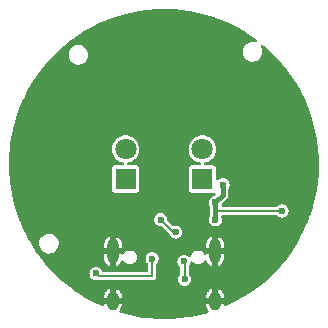
<source format=gbr>
%TF.GenerationSoftware,KiCad,Pcbnew,(6.0.0-0)*%
%TF.CreationDate,2022-01-05T16:19:22+01:00*%
%TF.ProjectId,IEC-62056-21-Optical-Probe,4945432d-3632-4303-9536-2d32312d4f70,1*%
%TF.SameCoordinates,Original*%
%TF.FileFunction,Copper,L2,Bot*%
%TF.FilePolarity,Positive*%
%FSLAX46Y46*%
G04 Gerber Fmt 4.6, Leading zero omitted, Abs format (unit mm)*
G04 Created by KiCad (PCBNEW (6.0.0-0)) date 2022-01-05 16:19:22*
%MOMM*%
%LPD*%
G01*
G04 APERTURE LIST*
%TA.AperFunction,ComponentPad*%
%ADD10O,1.000000X2.100000*%
%TD*%
%TA.AperFunction,ComponentPad*%
%ADD11O,1.000000X1.600000*%
%TD*%
%TA.AperFunction,ComponentPad*%
%ADD12R,1.800000X1.800000*%
%TD*%
%TA.AperFunction,ComponentPad*%
%ADD13C,1.800000*%
%TD*%
%TA.AperFunction,ViaPad*%
%ADD14C,0.600000*%
%TD*%
%TA.AperFunction,Conductor*%
%ADD15C,0.200000*%
%TD*%
%TA.AperFunction,Conductor*%
%ADD16C,0.400000*%
%TD*%
G04 APERTURE END LIST*
D10*
%TO.P,J1,S1,SHIELD*%
%TO.N,GND*%
X145680000Y-107395000D03*
X154320000Y-107395000D03*
D11*
X145680000Y-111575000D03*
X154320000Y-111575000D03*
%TD*%
D12*
%TO.P,Q3,1,C*%
%TO.N,VCC*%
X153250000Y-101270000D03*
D13*
%TO.P,Q3,2,E*%
%TO.N,Net-(Q3-Pad2)*%
X153250000Y-98730000D03*
%TD*%
D12*
%TO.P,D5,1,K*%
%TO.N,Net-(D5-Pad1)*%
X146750000Y-101270000D03*
D13*
%TO.P,D5,2,A*%
%TO.N,Net-(D5-Pad2)*%
X146750000Y-98730000D03*
%TD*%
D14*
%TO.N,+3V3*%
X160000000Y-103973500D03*
%TO.N,GND*%
X161750000Y-100248500D03*
X152750000Y-104750000D03*
%TO.N,+3V3*%
X154351500Y-104723500D03*
%TO.N,GND*%
X158500000Y-102000000D03*
X150750000Y-101500000D03*
X152750000Y-103250000D03*
%TO.N,+3V3*%
X154351500Y-103250000D03*
%TO.N,GND*%
X156500000Y-107348500D03*
X156500000Y-110500000D03*
X160500000Y-105250000D03*
X143000000Y-101000000D03*
X143750000Y-101000000D03*
X151750000Y-91500000D03*
X148500000Y-98500000D03*
X143500000Y-107498500D03*
X146248500Y-103250000D03*
X142000000Y-107498500D03*
X148500000Y-100250000D03*
X145500000Y-97250000D03*
X151750000Y-94500000D03*
X142250000Y-101000000D03*
X151250000Y-89000000D03*
%TO.N,+3V3*%
X155000000Y-101750000D03*
%TO.N,/D+*%
X149726112Y-104697611D03*
X151000000Y-105750000D03*
%TO.N,Net-(J1-PadB5)*%
X151750000Y-109750000D03*
X151688979Y-108250000D03*
%TO.N,Net-(J1-PadA5)*%
X144250000Y-109250000D03*
X149000000Y-108000000D03*
%TD*%
D15*
%TO.N,+3V3*%
X160000000Y-103973500D02*
X154479500Y-103973500D01*
X154479500Y-103973500D02*
X154351500Y-104101500D01*
D16*
X154351500Y-103250000D02*
X154351500Y-104101500D01*
X154351500Y-104101500D02*
X154351500Y-104723500D01*
X155000000Y-101750000D02*
X155000000Y-102601500D01*
X155000000Y-102601500D02*
X154351500Y-103250000D01*
D15*
%TO.N,/D+*%
X150778501Y-105750000D02*
X149726112Y-104697611D01*
X151000000Y-105750000D02*
X150778501Y-105750000D01*
%TO.N,Net-(J1-PadB5)*%
X151750000Y-108188979D02*
X151688979Y-108250000D01*
X151750000Y-109750000D02*
X151750000Y-108188979D01*
%TO.N,Net-(J1-PadA5)*%
X149000000Y-108000000D02*
X149000000Y-109500000D01*
X144500000Y-109500000D02*
X144250000Y-109250000D01*
X149000000Y-109500000D02*
X144500000Y-109500000D01*
%TD*%
%TA.AperFunction,Conductor*%
%TO.N,GND*%
G36*
X150026302Y-86879118D02*
G01*
X150729038Y-86899361D01*
X150735837Y-86899742D01*
X150923097Y-86915302D01*
X151436427Y-86957956D01*
X151443202Y-86958704D01*
X152139617Y-87054721D01*
X152146342Y-87055834D01*
X152715172Y-87165888D01*
X152789071Y-87180185D01*
X152836550Y-87189371D01*
X152843202Y-87190845D01*
X153525204Y-87361520D01*
X153531741Y-87363345D01*
X153950439Y-87492553D01*
X154203512Y-87570651D01*
X154209969Y-87572837D01*
X154374030Y-87633362D01*
X154869532Y-87816162D01*
X154875821Y-87818677D01*
X155521290Y-88097328D01*
X155527452Y-88100188D01*
X155839952Y-88255655D01*
X156156886Y-88413328D01*
X156162904Y-88416528D01*
X156774466Y-88763238D01*
X156780303Y-88766759D01*
X157372240Y-89146046D01*
X157377877Y-89149878D01*
X157837401Y-89480688D01*
X157881000Y-89536720D01*
X157887384Y-89607429D01*
X157854527Y-89670365D01*
X157792860Y-89705546D01*
X157736300Y-89705911D01*
X157597722Y-89674935D01*
X157597713Y-89674934D01*
X157592672Y-89673807D01*
X157587181Y-89673500D01*
X157455134Y-89673500D01*
X157321475Y-89688020D01*
X157247307Y-89712980D01*
X157157743Y-89743121D01*
X157157741Y-89743122D01*
X157151278Y-89745297D01*
X156997352Y-89837786D01*
X156992392Y-89842477D01*
X156992390Y-89842478D01*
X156892137Y-89937283D01*
X156866877Y-89961170D01*
X156765940Y-90109694D01*
X156699252Y-90276427D01*
X156698138Y-90283157D01*
X156698137Y-90283160D01*
X156671518Y-90443951D01*
X156669922Y-90453591D01*
X156670279Y-90460407D01*
X156670279Y-90460411D01*
X156673407Y-90520089D01*
X156679321Y-90632921D01*
X156727008Y-90806049D01*
X156810760Y-90964898D01*
X156926668Y-91102058D01*
X156932091Y-91106205D01*
X156932093Y-91106206D01*
X157063905Y-91206984D01*
X157063909Y-91206987D01*
X157069326Y-91211128D01*
X157075506Y-91214010D01*
X157075508Y-91214011D01*
X157225900Y-91284140D01*
X157225903Y-91284141D01*
X157232077Y-91287020D01*
X157238725Y-91288506D01*
X157238728Y-91288507D01*
X157402290Y-91325067D01*
X157402291Y-91325067D01*
X157407328Y-91326193D01*
X157412819Y-91326500D01*
X157544866Y-91326500D01*
X157678525Y-91311980D01*
X157764080Y-91283188D01*
X157842257Y-91256879D01*
X157842259Y-91256878D01*
X157848722Y-91254703D01*
X158002648Y-91162214D01*
X158025815Y-91140306D01*
X158128165Y-91043519D01*
X158128167Y-91043517D01*
X158133123Y-91038830D01*
X158234060Y-90890306D01*
X158300748Y-90723573D01*
X158305172Y-90696854D01*
X158328963Y-90553146D01*
X158328963Y-90553143D01*
X158330078Y-90546409D01*
X158326722Y-90482363D01*
X158321036Y-90373892D01*
X158320679Y-90367079D01*
X158272992Y-90193951D01*
X158216340Y-90086501D01*
X158202263Y-90016915D01*
X158228041Y-89950764D01*
X158285492Y-89909051D01*
X158356374Y-89905020D01*
X158406835Y-89929609D01*
X158501327Y-90005718D01*
X158506511Y-90010130D01*
X159007477Y-90460411D01*
X159029368Y-90480087D01*
X159034308Y-90484775D01*
X159188761Y-90639498D01*
X159530975Y-90982310D01*
X159535659Y-90987263D01*
X160004706Y-91510943D01*
X160009114Y-91516142D01*
X160449124Y-92064383D01*
X160453246Y-92069812D01*
X160863001Y-92641097D01*
X160866822Y-92646742D01*
X161245051Y-93239301D01*
X161248562Y-93245143D01*
X161594213Y-93857325D01*
X161597403Y-93863350D01*
X161909433Y-94493311D01*
X161912292Y-94499498D01*
X162189806Y-95145430D01*
X162192326Y-95151764D01*
X162434495Y-95811735D01*
X162436669Y-95818195D01*
X162642794Y-96490301D01*
X162644613Y-96496859D01*
X162814099Y-97179167D01*
X162815554Y-97185784D01*
X162890001Y-97574204D01*
X162947894Y-97876258D01*
X162948995Y-97882985D01*
X162977711Y-98093986D01*
X163038522Y-98540810D01*
X163043796Y-98579564D01*
X163044530Y-98586323D01*
X163078676Y-99006136D01*
X163101523Y-99287027D01*
X163101892Y-99293834D01*
X163120948Y-99998087D01*
X163120993Y-100001934D01*
X163120687Y-100089670D01*
X163120615Y-100093501D01*
X163114168Y-100282872D01*
X163096643Y-100797608D01*
X163096227Y-100804412D01*
X163034343Y-101504704D01*
X163033559Y-101511475D01*
X162936548Y-102188877D01*
X162933900Y-102207365D01*
X162932754Y-102214071D01*
X162800054Y-102881202D01*
X162795601Y-102903591D01*
X162794093Y-102910230D01*
X162624538Y-103573002D01*
X162619851Y-103591324D01*
X162617983Y-103597880D01*
X162407172Y-104268524D01*
X162404953Y-104274969D01*
X162291074Y-104578746D01*
X162179685Y-104875880D01*
X162158183Y-104933236D01*
X162155622Y-104939544D01*
X161976092Y-105349497D01*
X161873600Y-105583535D01*
X161870697Y-105589702D01*
X161554279Y-106217463D01*
X161551051Y-106223460D01*
X161221726Y-106797333D01*
X161201132Y-106833219D01*
X161197584Y-106839031D01*
X160823787Y-107415730D01*
X160815216Y-107428953D01*
X160811360Y-107434564D01*
X160397624Y-108002978D01*
X160393487Y-108008350D01*
X160149286Y-108308304D01*
X159949644Y-108553526D01*
X159945200Y-108558694D01*
X159913132Y-108593998D01*
X159472491Y-109079107D01*
X159467792Y-109084005D01*
X159259601Y-109289668D01*
X158967666Y-109578057D01*
X158962689Y-109582714D01*
X158436568Y-110049006D01*
X158431347Y-110053388D01*
X157880787Y-110490539D01*
X157875336Y-110494632D01*
X157301939Y-110901372D01*
X157296275Y-110905164D01*
X156701693Y-111280318D01*
X156695865Y-111283778D01*
X156081869Y-111626225D01*
X156075870Y-111629361D01*
X155444255Y-111938104D01*
X155438059Y-111940928D01*
X155354938Y-111976125D01*
X155249131Y-112020928D01*
X155178602Y-112029071D01*
X155114868Y-111997791D01*
X155078162Y-111937019D01*
X155074000Y-111904901D01*
X155074000Y-111847115D01*
X155069525Y-111831876D01*
X155068135Y-111830671D01*
X155060452Y-111829000D01*
X153584115Y-111829000D01*
X153568876Y-111833475D01*
X153567671Y-111834865D01*
X153566000Y-111842548D01*
X153566000Y-111915363D01*
X153566425Y-111922667D01*
X153580380Y-112042366D01*
X153583725Y-112056519D01*
X153638721Y-112208030D01*
X153645231Y-112221029D01*
X153733608Y-112355826D01*
X153742935Y-112366981D01*
X153748466Y-112372221D01*
X153784165Y-112433589D01*
X153781019Y-112504516D01*
X153740027Y-112562482D01*
X153698127Y-112584349D01*
X153443444Y-112660999D01*
X153436867Y-112662786D01*
X152994830Y-112770135D01*
X152753711Y-112828691D01*
X152747066Y-112830116D01*
X152169232Y-112937733D01*
X152055922Y-112958836D01*
X152049189Y-112959902D01*
X151352128Y-113051053D01*
X151345348Y-113051754D01*
X150644358Y-113105076D01*
X150637550Y-113105409D01*
X150224119Y-113114431D01*
X149934693Y-113120746D01*
X149927895Y-113120710D01*
X149528796Y-113107819D01*
X149225253Y-113098015D01*
X149218449Y-113097611D01*
X148926242Y-113072303D01*
X148518041Y-113036949D01*
X148511291Y-113036179D01*
X148222987Y-112995404D01*
X147815217Y-112937733D01*
X147808496Y-112936597D01*
X147118733Y-112800646D01*
X147112084Y-112799147D01*
X146430716Y-112626101D01*
X146424157Y-112624245D01*
X146296646Y-112584408D01*
X146237589Y-112545002D01*
X146209212Y-112479923D01*
X146220524Y-112409834D01*
X146238195Y-112382561D01*
X146306829Y-112301775D01*
X146314890Y-112289687D01*
X146388195Y-112146129D01*
X146393262Y-112132504D01*
X146431977Y-111974284D01*
X146433660Y-111963225D01*
X146433880Y-111959679D01*
X146434000Y-111955801D01*
X146434000Y-111847115D01*
X146429525Y-111831876D01*
X146428135Y-111830671D01*
X146420452Y-111829000D01*
X144944115Y-111829000D01*
X144928876Y-111833475D01*
X144927671Y-111834865D01*
X144926000Y-111842548D01*
X144926000Y-111904007D01*
X144905998Y-111972128D01*
X144852342Y-112018621D01*
X144782068Y-112028725D01*
X144749659Y-112019514D01*
X144437194Y-111883326D01*
X144431026Y-111880436D01*
X144328534Y-111829000D01*
X143802697Y-111565106D01*
X143796710Y-111561896D01*
X143343535Y-111302885D01*
X144926000Y-111302885D01*
X144930475Y-111318124D01*
X144931865Y-111319329D01*
X144939548Y-111321000D01*
X145407885Y-111321000D01*
X145423124Y-111316525D01*
X145424329Y-111315135D01*
X145426000Y-111307452D01*
X145426000Y-111302885D01*
X145934000Y-111302885D01*
X145938475Y-111318124D01*
X145939865Y-111319329D01*
X145947548Y-111321000D01*
X146415885Y-111321000D01*
X146431124Y-111316525D01*
X146432329Y-111315135D01*
X146434000Y-111307452D01*
X146434000Y-111302885D01*
X153566000Y-111302885D01*
X153570475Y-111318124D01*
X153571865Y-111319329D01*
X153579548Y-111321000D01*
X154047885Y-111321000D01*
X154063124Y-111316525D01*
X154064329Y-111315135D01*
X154066000Y-111307452D01*
X154066000Y-111302885D01*
X154574000Y-111302885D01*
X154578475Y-111318124D01*
X154579865Y-111319329D01*
X154587548Y-111321000D01*
X155055885Y-111321000D01*
X155071124Y-111316525D01*
X155072329Y-111315135D01*
X155074000Y-111307452D01*
X155074000Y-111234637D01*
X155073575Y-111227333D01*
X155059620Y-111107634D01*
X155056275Y-111093481D01*
X155001279Y-110941970D01*
X154994769Y-110928971D01*
X154906392Y-110794174D01*
X154897068Y-110783022D01*
X154780053Y-110672172D01*
X154768408Y-110663460D01*
X154629034Y-110582506D01*
X154615696Y-110576706D01*
X154591338Y-110569329D01*
X154577236Y-110569209D01*
X154574000Y-110576139D01*
X154574000Y-111302885D01*
X154066000Y-111302885D01*
X154066000Y-110581746D01*
X154062027Y-110568215D01*
X154056944Y-110567484D01*
X153950612Y-110612729D01*
X153937988Y-110619929D01*
X153808167Y-110715467D01*
X153797536Y-110725381D01*
X153693172Y-110848225D01*
X153685110Y-110860313D01*
X153611805Y-111003871D01*
X153606738Y-111017496D01*
X153568023Y-111175716D01*
X153566340Y-111186775D01*
X153566120Y-111190321D01*
X153566000Y-111194199D01*
X153566000Y-111302885D01*
X146434000Y-111302885D01*
X146434000Y-111234637D01*
X146433575Y-111227333D01*
X146419620Y-111107634D01*
X146416275Y-111093481D01*
X146361279Y-110941970D01*
X146354769Y-110928971D01*
X146266392Y-110794174D01*
X146257068Y-110783022D01*
X146140053Y-110672172D01*
X146128408Y-110663460D01*
X145989034Y-110582506D01*
X145975696Y-110576706D01*
X145951338Y-110569329D01*
X145937236Y-110569209D01*
X145934000Y-110576139D01*
X145934000Y-111302885D01*
X145426000Y-111302885D01*
X145426000Y-110581746D01*
X145422027Y-110568215D01*
X145416944Y-110567484D01*
X145310612Y-110612729D01*
X145297988Y-110619929D01*
X145168167Y-110715467D01*
X145157536Y-110725381D01*
X145053172Y-110848225D01*
X145045110Y-110860313D01*
X144971805Y-111003871D01*
X144966738Y-111017496D01*
X144928023Y-111175716D01*
X144926340Y-111186775D01*
X144926120Y-111190321D01*
X144926000Y-111194199D01*
X144926000Y-111302885D01*
X143343535Y-111302885D01*
X143186357Y-111213050D01*
X143180534Y-111209510D01*
X143156822Y-111194199D01*
X142589929Y-110828161D01*
X142584306Y-110824311D01*
X142015198Y-110411588D01*
X142009790Y-110407438D01*
X141686867Y-110145474D01*
X141463817Y-109964529D01*
X141458674Y-109960121D01*
X140937462Y-109488342D01*
X140932535Y-109483634D01*
X140700931Y-109250000D01*
X143690715Y-109250000D01*
X143691793Y-109258188D01*
X143705338Y-109361072D01*
X143709772Y-109394754D01*
X143728975Y-109441113D01*
X143762088Y-109521054D01*
X143765645Y-109529642D01*
X143770672Y-109536193D01*
X143839648Y-109626084D01*
X143854526Y-109645474D01*
X143861076Y-109650500D01*
X143861079Y-109650503D01*
X143922092Y-109697320D01*
X143970357Y-109734355D01*
X144105246Y-109790228D01*
X144250000Y-109809285D01*
X144265617Y-109807229D01*
X144326254Y-109816687D01*
X144326865Y-109814949D01*
X144330370Y-109816180D01*
X144334743Y-109818012D01*
X144335392Y-109818113D01*
X144341885Y-109822753D01*
X144351863Y-109825737D01*
X144387586Y-109836420D01*
X144393235Y-109838256D01*
X144408463Y-109843604D01*
X144438208Y-109854050D01*
X144443404Y-109854500D01*
X144446109Y-109854500D01*
X144448365Y-109854597D01*
X144448841Y-109854740D01*
X144448839Y-109854786D01*
X144449038Y-109854799D01*
X144454955Y-109856568D01*
X144505124Y-109854597D01*
X144510070Y-109854500D01*
X148978946Y-109854500D01*
X148989818Y-109854970D01*
X149028198Y-109858294D01*
X149067150Y-109848619D01*
X149076827Y-109846615D01*
X149106144Y-109841735D01*
X149116417Y-109840025D01*
X149125581Y-109835081D01*
X149129158Y-109833856D01*
X149132629Y-109832354D01*
X149142736Y-109829843D01*
X149151485Y-109824194D01*
X149151487Y-109824193D01*
X149176456Y-109808071D01*
X149184961Y-109803040D01*
X149220280Y-109783983D01*
X149227349Y-109776336D01*
X149230338Y-109774017D01*
X149233133Y-109771474D01*
X149241882Y-109765825D01*
X149248330Y-109757646D01*
X149248332Y-109757644D01*
X149266724Y-109734314D01*
X149273147Y-109726793D01*
X149293322Y-109704967D01*
X149300391Y-109697320D01*
X149304603Y-109687792D01*
X149306678Y-109684634D01*
X149308500Y-109681321D01*
X149314946Y-109673143D01*
X149328242Y-109635282D01*
X149331884Y-109626084D01*
X149348111Y-109589380D01*
X149349010Y-109579000D01*
X149350382Y-109573656D01*
X149350717Y-109572553D01*
X149351424Y-109569270D01*
X149354050Y-109561792D01*
X149354500Y-109556596D01*
X149354500Y-109521054D01*
X149354970Y-109510182D01*
X149357395Y-109482180D01*
X149358294Y-109471802D01*
X149355783Y-109461692D01*
X149354966Y-109451312D01*
X149355740Y-109451251D01*
X149354500Y-109441113D01*
X149354500Y-108487115D01*
X149374502Y-108418994D01*
X149390188Y-108399530D01*
X149395474Y-108395474D01*
X149484355Y-108279642D01*
X149496634Y-108250000D01*
X151129694Y-108250000D01*
X151130772Y-108258188D01*
X151135096Y-108291029D01*
X151148751Y-108394754D01*
X151151910Y-108402380D01*
X151187009Y-108487115D01*
X151204624Y-108529642D01*
X151247420Y-108585415D01*
X151287382Y-108637494D01*
X151293505Y-108645474D01*
X151346205Y-108685912D01*
X151388072Y-108743250D01*
X151395500Y-108785874D01*
X151395500Y-109262886D01*
X151375498Y-109331007D01*
X151359813Y-109350470D01*
X151354526Y-109354526D01*
X151265645Y-109470358D01*
X151262486Y-109477984D01*
X151262485Y-109477986D01*
X151238375Y-109536193D01*
X151209772Y-109605246D01*
X151208695Y-109613430D01*
X151208694Y-109613432D01*
X151200833Y-109673143D01*
X151190715Y-109750000D01*
X151191793Y-109758188D01*
X151204854Y-109857395D01*
X151209772Y-109894754D01*
X151265645Y-110029642D01*
X151354526Y-110145474D01*
X151361076Y-110150500D01*
X151361079Y-110150503D01*
X151463804Y-110229327D01*
X151470357Y-110234355D01*
X151605246Y-110290228D01*
X151750000Y-110309285D01*
X151758188Y-110308207D01*
X151886566Y-110291306D01*
X151894754Y-110290228D01*
X152029643Y-110234355D01*
X152036196Y-110229327D01*
X152138921Y-110150503D01*
X152138924Y-110150500D01*
X152145474Y-110145474D01*
X152234355Y-110029642D01*
X152290228Y-109894754D01*
X152295147Y-109857395D01*
X152308207Y-109758188D01*
X152309285Y-109750000D01*
X152299167Y-109673143D01*
X152291306Y-109613432D01*
X152291305Y-109613430D01*
X152290228Y-109605246D01*
X152261625Y-109536193D01*
X152237515Y-109477986D01*
X152237514Y-109477984D01*
X152234355Y-109470358D01*
X152145474Y-109354526D01*
X152140863Y-109350988D01*
X152107379Y-109289668D01*
X152104500Y-109262885D01*
X152104500Y-108662119D01*
X152124502Y-108593998D01*
X152130529Y-108585427D01*
X152173334Y-108529642D01*
X152229207Y-108394754D01*
X152235460Y-108347254D01*
X152264182Y-108282328D01*
X152323446Y-108243235D01*
X152394438Y-108242390D01*
X152454617Y-108280059D01*
X152460343Y-108286994D01*
X152471670Y-108301755D01*
X152471673Y-108301758D01*
X152476696Y-108308304D01*
X152597750Y-108401192D01*
X152738720Y-108459584D01*
X152852020Y-108474500D01*
X152927980Y-108474500D01*
X153041280Y-108459584D01*
X153182250Y-108401192D01*
X153303304Y-108308304D01*
X153396192Y-108187250D01*
X153398137Y-108188742D01*
X153440495Y-108148340D01*
X153510207Y-108134893D01*
X153576122Y-108161269D01*
X153616689Y-108217333D01*
X153638721Y-108278030D01*
X153645231Y-108291029D01*
X153733608Y-108425826D01*
X153742932Y-108436978D01*
X153859947Y-108547828D01*
X153871592Y-108556540D01*
X154010966Y-108637494D01*
X154024304Y-108643294D01*
X154048662Y-108650671D01*
X154062764Y-108650791D01*
X154066000Y-108643861D01*
X154066000Y-108638254D01*
X154574000Y-108638254D01*
X154577973Y-108651785D01*
X154583056Y-108652516D01*
X154689388Y-108607271D01*
X154702012Y-108600071D01*
X154831833Y-108504533D01*
X154842464Y-108494619D01*
X154946828Y-108371775D01*
X154954890Y-108359687D01*
X155028195Y-108216129D01*
X155033262Y-108202504D01*
X155071977Y-108044284D01*
X155073660Y-108033225D01*
X155073880Y-108029679D01*
X155074000Y-108025801D01*
X155074000Y-107667115D01*
X155069525Y-107651876D01*
X155068135Y-107650671D01*
X155060452Y-107649000D01*
X154592115Y-107649000D01*
X154576876Y-107653475D01*
X154575671Y-107654865D01*
X154574000Y-107662548D01*
X154574000Y-108638254D01*
X154066000Y-108638254D01*
X154066000Y-107667115D01*
X154061525Y-107651876D01*
X154060135Y-107650671D01*
X154052452Y-107649000D01*
X153584115Y-107649000D01*
X153540273Y-107661873D01*
X153469276Y-107661873D01*
X153409550Y-107623489D01*
X153398153Y-107607484D01*
X153396192Y-107602750D01*
X153376050Y-107576500D01*
X153308327Y-107488242D01*
X153303304Y-107481696D01*
X153182250Y-107388808D01*
X153041280Y-107330416D01*
X152969385Y-107320951D01*
X152932067Y-107316038D01*
X152932066Y-107316038D01*
X152927980Y-107315500D01*
X152852020Y-107315500D01*
X152847934Y-107316038D01*
X152847933Y-107316038D01*
X152810615Y-107320951D01*
X152738720Y-107330416D01*
X152597750Y-107388808D01*
X152476696Y-107481696D01*
X152383808Y-107602750D01*
X152325416Y-107743720D01*
X152324338Y-107751908D01*
X152317381Y-107804751D01*
X152288658Y-107869678D01*
X152229393Y-107908769D01*
X152158401Y-107909614D01*
X152098223Y-107871943D01*
X152092496Y-107865007D01*
X152089483Y-107861080D01*
X152089479Y-107861076D01*
X152084453Y-107854526D01*
X152077903Y-107849500D01*
X152077900Y-107849497D01*
X151975175Y-107770673D01*
X151975173Y-107770672D01*
X151968622Y-107765645D01*
X151833733Y-107709772D01*
X151688979Y-107690715D01*
X151680791Y-107691793D01*
X151552411Y-107708694D01*
X151552409Y-107708695D01*
X151544225Y-107709772D01*
X151513780Y-107722383D01*
X151416965Y-107762485D01*
X151416963Y-107762486D01*
X151409337Y-107765645D01*
X151293505Y-107854526D01*
X151204624Y-107970358D01*
X151201465Y-107977984D01*
X151201464Y-107977986D01*
X151173176Y-108046280D01*
X151148751Y-108105246D01*
X151147674Y-108113430D01*
X151147673Y-108113432D01*
X151137955Y-108187250D01*
X151129694Y-108250000D01*
X149496634Y-108250000D01*
X149499436Y-108243235D01*
X149537069Y-108152380D01*
X149540228Y-108144754D01*
X149541527Y-108134893D01*
X149558207Y-108008188D01*
X149559285Y-108000000D01*
X149547386Y-107909614D01*
X149541306Y-107863432D01*
X149541305Y-107863430D01*
X149540228Y-107855246D01*
X149519312Y-107804751D01*
X149487515Y-107727986D01*
X149487514Y-107727984D01*
X149484355Y-107720358D01*
X149435899Y-107657209D01*
X149400501Y-107611077D01*
X149400500Y-107611076D01*
X149395474Y-107604526D01*
X149388924Y-107599500D01*
X149388921Y-107599497D01*
X149286196Y-107520673D01*
X149286194Y-107520672D01*
X149279643Y-107515645D01*
X149144754Y-107459772D01*
X149000000Y-107440715D01*
X148991812Y-107441793D01*
X148863432Y-107458694D01*
X148863430Y-107458695D01*
X148855246Y-107459772D01*
X148814444Y-107476673D01*
X148727986Y-107512485D01*
X148727984Y-107512486D01*
X148720358Y-107515645D01*
X148604526Y-107604526D01*
X148515645Y-107720358D01*
X148512486Y-107727984D01*
X148512485Y-107727986D01*
X148480688Y-107804751D01*
X148459772Y-107855246D01*
X148458695Y-107863430D01*
X148458694Y-107863432D01*
X148452614Y-107909614D01*
X148440715Y-108000000D01*
X148441793Y-108008188D01*
X148458474Y-108134893D01*
X148459772Y-108144754D01*
X148462931Y-108152380D01*
X148500565Y-108243235D01*
X148515645Y-108279642D01*
X148604526Y-108395474D01*
X148609137Y-108399012D01*
X148642621Y-108460332D01*
X148645500Y-108487115D01*
X148645500Y-109019500D01*
X148625498Y-109087621D01*
X148571842Y-109134114D01*
X148519500Y-109145500D01*
X144891093Y-109145500D01*
X144822972Y-109125498D01*
X144774684Y-109067719D01*
X144737515Y-108977987D01*
X144734355Y-108970358D01*
X144645474Y-108854526D01*
X144638924Y-108849500D01*
X144638921Y-108849497D01*
X144536196Y-108770673D01*
X144536194Y-108770672D01*
X144529643Y-108765645D01*
X144394754Y-108709772D01*
X144250000Y-108690715D01*
X144241812Y-108691793D01*
X144113432Y-108708694D01*
X144113430Y-108708695D01*
X144105246Y-108709772D01*
X144057430Y-108729578D01*
X143977986Y-108762485D01*
X143977984Y-108762486D01*
X143970358Y-108765645D01*
X143854526Y-108854526D01*
X143765645Y-108970358D01*
X143762486Y-108977984D01*
X143762485Y-108977986D01*
X143729578Y-109057430D01*
X143709772Y-109105246D01*
X143708695Y-109113430D01*
X143708694Y-109113432D01*
X143693841Y-109226255D01*
X143690715Y-109250000D01*
X140700931Y-109250000D01*
X140437611Y-108984372D01*
X140432944Y-108979403D01*
X139965726Y-108454087D01*
X139961336Y-108448873D01*
X139591983Y-107985363D01*
X144926000Y-107985363D01*
X144926425Y-107992667D01*
X144940380Y-108112366D01*
X144943725Y-108126519D01*
X144998721Y-108278030D01*
X145005231Y-108291029D01*
X145093608Y-108425826D01*
X145102932Y-108436978D01*
X145219947Y-108547828D01*
X145231592Y-108556540D01*
X145370966Y-108637494D01*
X145384304Y-108643294D01*
X145408662Y-108650671D01*
X145422764Y-108650791D01*
X145426000Y-108643861D01*
X145426000Y-108638254D01*
X145934000Y-108638254D01*
X145937973Y-108651785D01*
X145943056Y-108652516D01*
X146049388Y-108607271D01*
X146062012Y-108600071D01*
X146191833Y-108504533D01*
X146202464Y-108494619D01*
X146306828Y-108371775D01*
X146314890Y-108359687D01*
X146391522Y-108209613D01*
X146393936Y-108210846D01*
X146428904Y-108164035D01*
X146495399Y-108139157D01*
X146564788Y-108154178D01*
X146604478Y-108188123D01*
X146696696Y-108308304D01*
X146817750Y-108401192D01*
X146958720Y-108459584D01*
X147072020Y-108474500D01*
X147147980Y-108474500D01*
X147261280Y-108459584D01*
X147402250Y-108401192D01*
X147523304Y-108308304D01*
X147616192Y-108187250D01*
X147674584Y-108046280D01*
X147694500Y-107895000D01*
X147674584Y-107743720D01*
X147616192Y-107602750D01*
X147523304Y-107481696D01*
X147402250Y-107388808D01*
X147261280Y-107330416D01*
X147189385Y-107320951D01*
X147152067Y-107316038D01*
X147152066Y-107316038D01*
X147147980Y-107315500D01*
X147072020Y-107315500D01*
X147067934Y-107316038D01*
X147067933Y-107316038D01*
X147030615Y-107320951D01*
X146958720Y-107330416D01*
X146817750Y-107388808D01*
X146696696Y-107481696D01*
X146691673Y-107488242D01*
X146608835Y-107596199D01*
X146603808Y-107602750D01*
X146602392Y-107606169D01*
X146552535Y-107653707D01*
X146482821Y-107667143D01*
X146459624Y-107657209D01*
X146459559Y-107657507D01*
X146420452Y-107649000D01*
X145952115Y-107649000D01*
X145936876Y-107653475D01*
X145935671Y-107654865D01*
X145934000Y-107662548D01*
X145934000Y-108638254D01*
X145426000Y-108638254D01*
X145426000Y-107667115D01*
X145421525Y-107651876D01*
X145420135Y-107650671D01*
X145412452Y-107649000D01*
X144944115Y-107649000D01*
X144928876Y-107653475D01*
X144927671Y-107654865D01*
X144926000Y-107662548D01*
X144926000Y-107985363D01*
X139591983Y-107985363D01*
X139523225Y-107899077D01*
X139519123Y-107893633D01*
X139118125Y-107330416D01*
X139111383Y-107320947D01*
X139107584Y-107315293D01*
X139093793Y-107293519D01*
X138833722Y-106882921D01*
X138731409Y-106721390D01*
X138727919Y-106715535D01*
X138721230Y-106703591D01*
X139419922Y-106703591D01*
X139420279Y-106710407D01*
X139420279Y-106710411D01*
X139427021Y-106839037D01*
X139429321Y-106882921D01*
X139477008Y-107056049D01*
X139560760Y-107214898D01*
X139676668Y-107352058D01*
X139682091Y-107356205D01*
X139682093Y-107356206D01*
X139813905Y-107456984D01*
X139813909Y-107456987D01*
X139819326Y-107461128D01*
X139825506Y-107464010D01*
X139825508Y-107464011D01*
X139975900Y-107534140D01*
X139975903Y-107534141D01*
X139982077Y-107537020D01*
X139988725Y-107538506D01*
X139988728Y-107538507D01*
X140152290Y-107575067D01*
X140152291Y-107575067D01*
X140157328Y-107576193D01*
X140162819Y-107576500D01*
X140294866Y-107576500D01*
X140428525Y-107561980D01*
X140551271Y-107520672D01*
X140592257Y-107506879D01*
X140592259Y-107506878D01*
X140598722Y-107504703D01*
X140752648Y-107412214D01*
X140757610Y-107407522D01*
X140878165Y-107293519D01*
X140878167Y-107293517D01*
X140883123Y-107288830D01*
X140984060Y-107140306D01*
X140991028Y-107122885D01*
X144926000Y-107122885D01*
X144930475Y-107138124D01*
X144931865Y-107139329D01*
X144939548Y-107141000D01*
X145407885Y-107141000D01*
X145423124Y-107136525D01*
X145424329Y-107135135D01*
X145426000Y-107127452D01*
X145426000Y-107122885D01*
X145934000Y-107122885D01*
X145938475Y-107138124D01*
X145939865Y-107139329D01*
X145947548Y-107141000D01*
X146415885Y-107141000D01*
X146431124Y-107136525D01*
X146432329Y-107135135D01*
X146434000Y-107127452D01*
X146434000Y-107122885D01*
X153566000Y-107122885D01*
X153570475Y-107138124D01*
X153571865Y-107139329D01*
X153579548Y-107141000D01*
X154047885Y-107141000D01*
X154063124Y-107136525D01*
X154064329Y-107135135D01*
X154066000Y-107127452D01*
X154066000Y-107122885D01*
X154574000Y-107122885D01*
X154578475Y-107138124D01*
X154579865Y-107139329D01*
X154587548Y-107141000D01*
X155055885Y-107141000D01*
X155071124Y-107136525D01*
X155072329Y-107135135D01*
X155074000Y-107127452D01*
X155074000Y-106804637D01*
X155073575Y-106797333D01*
X155059620Y-106677634D01*
X155056275Y-106663481D01*
X155001279Y-106511970D01*
X154994769Y-106498971D01*
X154906392Y-106364174D01*
X154897068Y-106353022D01*
X154780053Y-106242172D01*
X154768408Y-106233460D01*
X154629034Y-106152506D01*
X154615696Y-106146706D01*
X154591338Y-106139329D01*
X154577236Y-106139209D01*
X154574000Y-106146139D01*
X154574000Y-107122885D01*
X154066000Y-107122885D01*
X154066000Y-106151746D01*
X154062027Y-106138215D01*
X154056944Y-106137484D01*
X153950612Y-106182729D01*
X153937988Y-106189929D01*
X153808167Y-106285467D01*
X153797536Y-106295381D01*
X153693172Y-106418225D01*
X153685110Y-106430313D01*
X153611805Y-106573871D01*
X153606738Y-106587496D01*
X153568023Y-106745716D01*
X153566340Y-106756775D01*
X153566120Y-106760321D01*
X153566000Y-106764199D01*
X153566000Y-107122885D01*
X146434000Y-107122885D01*
X146434000Y-106804637D01*
X146433575Y-106797333D01*
X146419620Y-106677634D01*
X146416275Y-106663481D01*
X146361279Y-106511970D01*
X146354769Y-106498971D01*
X146266392Y-106364174D01*
X146257068Y-106353022D01*
X146140053Y-106242172D01*
X146128408Y-106233460D01*
X145989034Y-106152506D01*
X145975696Y-106146706D01*
X145951338Y-106139329D01*
X145937236Y-106139209D01*
X145934000Y-106146139D01*
X145934000Y-107122885D01*
X145426000Y-107122885D01*
X145426000Y-106151746D01*
X145422027Y-106138215D01*
X145416944Y-106137484D01*
X145310612Y-106182729D01*
X145297988Y-106189929D01*
X145168167Y-106285467D01*
X145157536Y-106295381D01*
X145053172Y-106418225D01*
X145045110Y-106430313D01*
X144971805Y-106573871D01*
X144966738Y-106587496D01*
X144928023Y-106745716D01*
X144926340Y-106756775D01*
X144926120Y-106760321D01*
X144926000Y-106764199D01*
X144926000Y-107122885D01*
X140991028Y-107122885D01*
X141050748Y-106973573D01*
X141080078Y-106796409D01*
X141075996Y-106718514D01*
X141071036Y-106623892D01*
X141070679Y-106617079D01*
X141022992Y-106443951D01*
X140939240Y-106285102D01*
X140823332Y-106147942D01*
X140810610Y-106138215D01*
X140686095Y-106043016D01*
X140686091Y-106043013D01*
X140680674Y-106038872D01*
X140674494Y-106035990D01*
X140674492Y-106035989D01*
X140524100Y-105965860D01*
X140524097Y-105965859D01*
X140517923Y-105962980D01*
X140511275Y-105961494D01*
X140511272Y-105961493D01*
X140347710Y-105924933D01*
X140347709Y-105924933D01*
X140342672Y-105923807D01*
X140337181Y-105923500D01*
X140205134Y-105923500D01*
X140071475Y-105938020D01*
X140060677Y-105941654D01*
X139907743Y-105993121D01*
X139907741Y-105993122D01*
X139901278Y-105995297D01*
X139747352Y-106087786D01*
X139742392Y-106092477D01*
X139742390Y-106092478D01*
X139639339Y-106189929D01*
X139616877Y-106211170D01*
X139515940Y-106359694D01*
X139449252Y-106526427D01*
X139448138Y-106533157D01*
X139448137Y-106533160D01*
X139439142Y-106587496D01*
X139419922Y-106703591D01*
X138721230Y-106703591D01*
X138525478Y-106354051D01*
X138384412Y-106102159D01*
X138381259Y-106096156D01*
X138071413Y-105465076D01*
X138068580Y-105458888D01*
X137793325Y-104811997D01*
X137790827Y-104805655D01*
X137751609Y-104697611D01*
X149166827Y-104697611D01*
X149185884Y-104842365D01*
X149189043Y-104849991D01*
X149226141Y-104939552D01*
X149241757Y-104977253D01*
X149330638Y-105093085D01*
X149337188Y-105098111D01*
X149337191Y-105098114D01*
X149439916Y-105176938D01*
X149446469Y-105181966D01*
X149581358Y-105237839D01*
X149726112Y-105256896D01*
X149731876Y-105256137D01*
X149798910Y-105275820D01*
X149819884Y-105292722D01*
X150468817Y-105941654D01*
X150496131Y-105982532D01*
X150515645Y-106029642D01*
X150525907Y-106043016D01*
X150571302Y-106102175D01*
X150604526Y-106145474D01*
X150611076Y-106150500D01*
X150611079Y-106150503D01*
X150698343Y-106217463D01*
X150720357Y-106234355D01*
X150855246Y-106290228D01*
X151000000Y-106309285D01*
X151008188Y-106308207D01*
X151136566Y-106291306D01*
X151144754Y-106290228D01*
X151279643Y-106234355D01*
X151301657Y-106217463D01*
X151388921Y-106150503D01*
X151388924Y-106150500D01*
X151395474Y-106145474D01*
X151428699Y-106102175D01*
X151474093Y-106043016D01*
X151484355Y-106029642D01*
X151498582Y-105995297D01*
X151537069Y-105902380D01*
X151540228Y-105894754D01*
X151559285Y-105750000D01*
X151556159Y-105726255D01*
X151541306Y-105613432D01*
X151541305Y-105613430D01*
X151540228Y-105605246D01*
X151484355Y-105470358D01*
X151395474Y-105354526D01*
X151388924Y-105349500D01*
X151388921Y-105349497D01*
X151286196Y-105270673D01*
X151286194Y-105270672D01*
X151279643Y-105265645D01*
X151162779Y-105217238D01*
X151152383Y-105212932D01*
X151144754Y-105209772D01*
X151000000Y-105190715D01*
X150991812Y-105191793D01*
X150863432Y-105208694D01*
X150863430Y-105208695D01*
X150855246Y-105209772D01*
X150847621Y-105212931D01*
X150839636Y-105215070D01*
X150839012Y-105212740D01*
X150780665Y-105219010D01*
X150713947Y-105184108D01*
X150525354Y-104995514D01*
X150321223Y-104791383D01*
X150287198Y-104729071D01*
X150284527Y-104704221D01*
X150285397Y-104697611D01*
X150270826Y-104586932D01*
X150267418Y-104561043D01*
X150267417Y-104561041D01*
X150266340Y-104552857D01*
X150245365Y-104502219D01*
X150213627Y-104425597D01*
X150213626Y-104425595D01*
X150210467Y-104417969D01*
X150166027Y-104360053D01*
X150126613Y-104308688D01*
X150126612Y-104308687D01*
X150121586Y-104302137D01*
X150115036Y-104297111D01*
X150115033Y-104297108D01*
X150012308Y-104218284D01*
X150012306Y-104218283D01*
X150005755Y-104213256D01*
X149870866Y-104157383D01*
X149726112Y-104138326D01*
X149717924Y-104139404D01*
X149589544Y-104156305D01*
X149589542Y-104156306D01*
X149581358Y-104157383D01*
X149533542Y-104177189D01*
X149454098Y-104210096D01*
X149454096Y-104210097D01*
X149446470Y-104213256D01*
X149330638Y-104302137D01*
X149241757Y-104417969D01*
X149238598Y-104425595D01*
X149238597Y-104425597D01*
X149206859Y-104502219D01*
X149185884Y-104552857D01*
X149184807Y-104561041D01*
X149184806Y-104561043D01*
X149181398Y-104586932D01*
X149166827Y-104697611D01*
X137751609Y-104697611D01*
X137550958Y-104144826D01*
X137548807Y-104138358D01*
X137345032Y-103465546D01*
X137343233Y-103458971D01*
X137207332Y-102903591D01*
X137176138Y-102776111D01*
X137174698Y-102769454D01*
X137173388Y-102762485D01*
X137107509Y-102412156D01*
X137044773Y-102078541D01*
X137043695Y-102071810D01*
X136951325Y-101374889D01*
X136950613Y-101368110D01*
X136896068Y-100667232D01*
X136895723Y-100660425D01*
X136882910Y-100116709D01*
X136879160Y-99957595D01*
X136879184Y-99950788D01*
X136885282Y-99751221D01*
X136891434Y-99549852D01*
X136900653Y-99248117D01*
X136901045Y-99241312D01*
X136947005Y-98699649D01*
X145590951Y-98699649D01*
X145604829Y-98911377D01*
X145657058Y-99117031D01*
X145745890Y-99309723D01*
X145868350Y-99483000D01*
X146020337Y-99631059D01*
X146025133Y-99634264D01*
X146025136Y-99634266D01*
X146167186Y-99729180D01*
X146196760Y-99748941D01*
X146202063Y-99751219D01*
X146202066Y-99751221D01*
X146283908Y-99786383D01*
X146391711Y-99832699D01*
X146454504Y-99846908D01*
X146541566Y-99866608D01*
X146603593Y-99901151D01*
X146637097Y-99963744D01*
X146631443Y-100034516D01*
X146588424Y-100090995D01*
X146521699Y-100115250D01*
X146513770Y-100115501D01*
X145824934Y-100115501D01*
X145789182Y-100122612D01*
X145762874Y-100127844D01*
X145762872Y-100127845D01*
X145750699Y-100130266D01*
X145740379Y-100137161D01*
X145740378Y-100137162D01*
X145679985Y-100177516D01*
X145666516Y-100186516D01*
X145610266Y-100270699D01*
X145595500Y-100344933D01*
X145595501Y-102195066D01*
X145610266Y-102269301D01*
X145666516Y-102353484D01*
X145750699Y-102409734D01*
X145824933Y-102424500D01*
X146749850Y-102424500D01*
X147675066Y-102424499D01*
X147710818Y-102417388D01*
X147737126Y-102412156D01*
X147737128Y-102412155D01*
X147749301Y-102409734D01*
X147759621Y-102402839D01*
X147759622Y-102402838D01*
X147823168Y-102360377D01*
X147833484Y-102353484D01*
X147889734Y-102269301D01*
X147904500Y-102195067D01*
X147904499Y-100344934D01*
X147889734Y-100270699D01*
X147833484Y-100186516D01*
X147749301Y-100130266D01*
X147675067Y-100115500D01*
X146987750Y-100115500D01*
X146919629Y-100095498D01*
X146873136Y-100041842D01*
X146863032Y-99971568D01*
X146892526Y-99906988D01*
X146952252Y-99868604D01*
X146969665Y-99864805D01*
X147020667Y-99857410D01*
X147026131Y-99855555D01*
X147026136Y-99855554D01*
X147119240Y-99823949D01*
X147221589Y-99789207D01*
X147299221Y-99745731D01*
X147401670Y-99688357D01*
X147401674Y-99688354D01*
X147406717Y-99685530D01*
X147569852Y-99549852D01*
X147705530Y-99386717D01*
X147708354Y-99381674D01*
X147708357Y-99381670D01*
X147806383Y-99206632D01*
X147806384Y-99206630D01*
X147809207Y-99201589D01*
X147877410Y-99000667D01*
X147889545Y-98916979D01*
X147907324Y-98794355D01*
X147907857Y-98790681D01*
X147909446Y-98730000D01*
X147906657Y-98699649D01*
X152090951Y-98699649D01*
X152104829Y-98911377D01*
X152157058Y-99117031D01*
X152245890Y-99309723D01*
X152368350Y-99483000D01*
X152520337Y-99631059D01*
X152525133Y-99634264D01*
X152525136Y-99634266D01*
X152667186Y-99729180D01*
X152696760Y-99748941D01*
X152702063Y-99751219D01*
X152702066Y-99751221D01*
X152783908Y-99786383D01*
X152891711Y-99832699D01*
X152954504Y-99846908D01*
X153041566Y-99866608D01*
X153103593Y-99901151D01*
X153137097Y-99963744D01*
X153131443Y-100034516D01*
X153088424Y-100090995D01*
X153021699Y-100115250D01*
X153013770Y-100115501D01*
X152324934Y-100115501D01*
X152289182Y-100122612D01*
X152262874Y-100127844D01*
X152262872Y-100127845D01*
X152250699Y-100130266D01*
X152240379Y-100137161D01*
X152240378Y-100137162D01*
X152179985Y-100177516D01*
X152166516Y-100186516D01*
X152110266Y-100270699D01*
X152095500Y-100344933D01*
X152095501Y-102195066D01*
X152110266Y-102269301D01*
X152166516Y-102353484D01*
X152250699Y-102409734D01*
X152324933Y-102424500D01*
X153249850Y-102424500D01*
X154175066Y-102424499D01*
X154205287Y-102418488D01*
X154216043Y-102416349D01*
X154286757Y-102422678D01*
X154342823Y-102466233D01*
X154366442Y-102533186D01*
X154350113Y-102602280D01*
X154329717Y-102629023D01*
X154285614Y-102673126D01*
X154223302Y-102707152D01*
X154215825Y-102708455D01*
X154214931Y-102708694D01*
X154206746Y-102709772D01*
X154199124Y-102712929D01*
X154199121Y-102712930D01*
X154079486Y-102762485D01*
X154079484Y-102762486D01*
X154071858Y-102765645D01*
X153956026Y-102854526D01*
X153867145Y-102970358D01*
X153811272Y-103105246D01*
X153792215Y-103250000D01*
X153811272Y-103394754D01*
X153814431Y-103402380D01*
X153852453Y-103494172D01*
X153867145Y-103529642D01*
X153872171Y-103536192D01*
X153876301Y-103543345D01*
X153874696Y-103544272D01*
X153896563Y-103600842D01*
X153897000Y-103611322D01*
X153897000Y-104362178D01*
X153876998Y-104430299D01*
X153872637Y-104436501D01*
X153872171Y-104437308D01*
X153867145Y-104443858D01*
X153863986Y-104451484D01*
X153863985Y-104451486D01*
X153838204Y-104513728D01*
X153811272Y-104578746D01*
X153792215Y-104723500D01*
X153793293Y-104731688D01*
X153808868Y-104849991D01*
X153811272Y-104868254D01*
X153814431Y-104875880D01*
X153853262Y-104969625D01*
X153867145Y-105003142D01*
X153872172Y-105009693D01*
X153940020Y-105098114D01*
X153956026Y-105118974D01*
X153962576Y-105124000D01*
X153962579Y-105124003D01*
X154065304Y-105202827D01*
X154071857Y-105207855D01*
X154206746Y-105263728D01*
X154351500Y-105282785D01*
X154359688Y-105281707D01*
X154488066Y-105264806D01*
X154496254Y-105263728D01*
X154631143Y-105207855D01*
X154637696Y-105202827D01*
X154740421Y-105124003D01*
X154740424Y-105124000D01*
X154746974Y-105118974D01*
X154762981Y-105098114D01*
X154830828Y-105009693D01*
X154835855Y-105003142D01*
X154849739Y-104969625D01*
X154888569Y-104875880D01*
X154891728Y-104868254D01*
X154894133Y-104849991D01*
X154909707Y-104731688D01*
X154910785Y-104723500D01*
X154891728Y-104578746D01*
X154860029Y-104502218D01*
X154852440Y-104431629D01*
X154884219Y-104368142D01*
X154945277Y-104331914D01*
X154976438Y-104328000D01*
X159512886Y-104328000D01*
X159581007Y-104348002D01*
X159600468Y-104363686D01*
X159604526Y-104368974D01*
X159611076Y-104374000D01*
X159712057Y-104451486D01*
X159720357Y-104457855D01*
X159855246Y-104513728D01*
X160000000Y-104532785D01*
X160008188Y-104531707D01*
X160136566Y-104514806D01*
X160144754Y-104513728D01*
X160279643Y-104457855D01*
X160286196Y-104452827D01*
X160388921Y-104374003D01*
X160388924Y-104374000D01*
X160395474Y-104368974D01*
X160411567Y-104348002D01*
X160450619Y-104297108D01*
X160484355Y-104253142D01*
X160500877Y-104213256D01*
X160531467Y-104139404D01*
X160540228Y-104118254D01*
X160559285Y-103973500D01*
X160540228Y-103828746D01*
X160484355Y-103693858D01*
X160439915Y-103635942D01*
X160400501Y-103584577D01*
X160400500Y-103584576D01*
X160395474Y-103578026D01*
X160388924Y-103573000D01*
X160388921Y-103572997D01*
X160286196Y-103494173D01*
X160286194Y-103494172D01*
X160279643Y-103489145D01*
X160144754Y-103433272D01*
X160000000Y-103414215D01*
X159991812Y-103415293D01*
X159863432Y-103432194D01*
X159863430Y-103432195D01*
X159855246Y-103433272D01*
X159827459Y-103444782D01*
X159727986Y-103485985D01*
X159727984Y-103485986D01*
X159720358Y-103489145D01*
X159677522Y-103522014D01*
X159647121Y-103545342D01*
X159604526Y-103578026D01*
X159600989Y-103582635D01*
X159539673Y-103616120D01*
X159512886Y-103619000D01*
X154987415Y-103619000D01*
X154919294Y-103598998D01*
X154872801Y-103545342D01*
X154862697Y-103475068D01*
X154871006Y-103444782D01*
X154888569Y-103402382D01*
X154888570Y-103402378D01*
X154891728Y-103394754D01*
X154892806Y-103386568D01*
X154894943Y-103378591D01*
X154896732Y-103379070D01*
X154921274Y-103323602D01*
X154928374Y-103315886D01*
X155297011Y-102947249D01*
X155308100Y-102937394D01*
X155327662Y-102921972D01*
X155335059Y-102916141D01*
X155368753Y-102867390D01*
X155371026Y-102864210D01*
X155400609Y-102824158D01*
X155400610Y-102824157D01*
X155406208Y-102816577D01*
X155408621Y-102809705D01*
X155412764Y-102803711D01*
X155430635Y-102747203D01*
X155431886Y-102743454D01*
X155451492Y-102687627D01*
X155451775Y-102680424D01*
X155451808Y-102680255D01*
X155453975Y-102673403D01*
X155454500Y-102666732D01*
X155454500Y-102613552D01*
X155454597Y-102608605D01*
X155456488Y-102560475D01*
X155456858Y-102551063D01*
X155454961Y-102543908D01*
X155454500Y-102535533D01*
X155454500Y-102111322D01*
X155474502Y-102043201D01*
X155478863Y-102036999D01*
X155479329Y-102036192D01*
X155484355Y-102029642D01*
X155540228Y-101894754D01*
X155559285Y-101750000D01*
X155540228Y-101605246D01*
X155520422Y-101557430D01*
X155487515Y-101477986D01*
X155487514Y-101477984D01*
X155484355Y-101470358D01*
X155411099Y-101374889D01*
X155400501Y-101361077D01*
X155400500Y-101361076D01*
X155395474Y-101354526D01*
X155388924Y-101349500D01*
X155388921Y-101349497D01*
X155286196Y-101270673D01*
X155286194Y-101270672D01*
X155279643Y-101265645D01*
X155144754Y-101209772D01*
X155000000Y-101190715D01*
X154991812Y-101191793D01*
X154863432Y-101208694D01*
X154863430Y-101208695D01*
X154855246Y-101209772D01*
X154807430Y-101229578D01*
X154727986Y-101262485D01*
X154727984Y-101262486D01*
X154720358Y-101265645D01*
X154713807Y-101270671D01*
X154713803Y-101270674D01*
X154607202Y-101352471D01*
X154540982Y-101378071D01*
X154471433Y-101363806D01*
X154420638Y-101314205D01*
X154404499Y-101252508D01*
X154404499Y-100344934D01*
X154389734Y-100270699D01*
X154333484Y-100186516D01*
X154249301Y-100130266D01*
X154175067Y-100115500D01*
X153487750Y-100115500D01*
X153419629Y-100095498D01*
X153373136Y-100041842D01*
X153363032Y-99971568D01*
X153392526Y-99906988D01*
X153452252Y-99868604D01*
X153469665Y-99864805D01*
X153520667Y-99857410D01*
X153526131Y-99855555D01*
X153526136Y-99855554D01*
X153619240Y-99823949D01*
X153721589Y-99789207D01*
X153799221Y-99745731D01*
X153901670Y-99688357D01*
X153901674Y-99688354D01*
X153906717Y-99685530D01*
X154069852Y-99549852D01*
X154205530Y-99386717D01*
X154208354Y-99381674D01*
X154208357Y-99381670D01*
X154306383Y-99206632D01*
X154306384Y-99206630D01*
X154309207Y-99201589D01*
X154377410Y-99000667D01*
X154389545Y-98916979D01*
X154407324Y-98794355D01*
X154407857Y-98790681D01*
X154409446Y-98730000D01*
X154391750Y-98537416D01*
X154390560Y-98524462D01*
X154390559Y-98524459D01*
X154390031Y-98518708D01*
X154332436Y-98314492D01*
X154238590Y-98124191D01*
X154111636Y-97954179D01*
X154087524Y-97931890D01*
X153960066Y-97814069D01*
X153960063Y-97814067D01*
X153955826Y-97810150D01*
X153776377Y-97696926D01*
X153579300Y-97618300D01*
X153573643Y-97617175D01*
X153573637Y-97617173D01*
X153376863Y-97578033D01*
X153376859Y-97578033D01*
X153371195Y-97576906D01*
X153365420Y-97576830D01*
X153365416Y-97576830D01*
X153258804Y-97575434D01*
X153159031Y-97574128D01*
X153153334Y-97575107D01*
X153153333Y-97575107D01*
X153136305Y-97578033D01*
X152949913Y-97610061D01*
X152750846Y-97683501D01*
X152745885Y-97686453D01*
X152745884Y-97686453D01*
X152573463Y-97789032D01*
X152573460Y-97789034D01*
X152568495Y-97791988D01*
X152564155Y-97795794D01*
X152564151Y-97795797D01*
X152464733Y-97882985D01*
X152408968Y-97931890D01*
X152277607Y-98098520D01*
X152178812Y-98286299D01*
X152115891Y-98488938D01*
X152090951Y-98699649D01*
X147906657Y-98699649D01*
X147891750Y-98537416D01*
X147890560Y-98524462D01*
X147890559Y-98524459D01*
X147890031Y-98518708D01*
X147832436Y-98314492D01*
X147738590Y-98124191D01*
X147611636Y-97954179D01*
X147587524Y-97931890D01*
X147460066Y-97814069D01*
X147460063Y-97814067D01*
X147455826Y-97810150D01*
X147276377Y-97696926D01*
X147079300Y-97618300D01*
X147073643Y-97617175D01*
X147073637Y-97617173D01*
X146876863Y-97578033D01*
X146876859Y-97578033D01*
X146871195Y-97576906D01*
X146865420Y-97576830D01*
X146865416Y-97576830D01*
X146758804Y-97575434D01*
X146659031Y-97574128D01*
X146653334Y-97575107D01*
X146653333Y-97575107D01*
X146636305Y-97578033D01*
X146449913Y-97610061D01*
X146250846Y-97683501D01*
X146245885Y-97686453D01*
X146245884Y-97686453D01*
X146073463Y-97789032D01*
X146073460Y-97789034D01*
X146068495Y-97791988D01*
X146064155Y-97795794D01*
X146064151Y-97795797D01*
X145964733Y-97882985D01*
X145908968Y-97931890D01*
X145777607Y-98098520D01*
X145678812Y-98286299D01*
X145615891Y-98488938D01*
X145590951Y-98699649D01*
X136947005Y-98699649D01*
X136960483Y-98540810D01*
X136961243Y-98534036D01*
X136995840Y-98286299D01*
X137058477Y-97837779D01*
X137059600Y-97831065D01*
X137063685Y-97810150D01*
X137194343Y-97141087D01*
X137195830Y-97134435D01*
X137223209Y-97025835D01*
X137367691Y-96452749D01*
X137369525Y-96446222D01*
X137578005Y-95774805D01*
X137580202Y-95768352D01*
X137824677Y-95109218D01*
X137827220Y-95102893D01*
X137889693Y-94958873D01*
X138106977Y-94457959D01*
X138109857Y-94451782D01*
X138424092Y-93822898D01*
X138427303Y-93816885D01*
X138756084Y-93239301D01*
X138775084Y-93205922D01*
X138778598Y-93200119D01*
X139158918Y-92608845D01*
X139162759Y-92603214D01*
X139574489Y-92033386D01*
X139578629Y-92027971D01*
X139943868Y-91576131D01*
X140020582Y-91481229D01*
X140024989Y-91476068D01*
X140362342Y-91102058D01*
X140495862Y-90954029D01*
X140500563Y-90949093D01*
X140747354Y-90703591D01*
X141919922Y-90703591D01*
X141920279Y-90710407D01*
X141920279Y-90710411D01*
X141927631Y-90850669D01*
X141929321Y-90882921D01*
X141977008Y-91056049D01*
X142060760Y-91214898D01*
X142176668Y-91352058D01*
X142182091Y-91356205D01*
X142182093Y-91356206D01*
X142313905Y-91456984D01*
X142313909Y-91456987D01*
X142319326Y-91461128D01*
X142325506Y-91464010D01*
X142325508Y-91464011D01*
X142475900Y-91534140D01*
X142475903Y-91534141D01*
X142482077Y-91537020D01*
X142488725Y-91538506D01*
X142488728Y-91538507D01*
X142652290Y-91575067D01*
X142652291Y-91575067D01*
X142657328Y-91576193D01*
X142662819Y-91576500D01*
X142794866Y-91576500D01*
X142928525Y-91561980D01*
X143011251Y-91534140D01*
X143092257Y-91506879D01*
X143092259Y-91506878D01*
X143098722Y-91504703D01*
X143252648Y-91412214D01*
X143311875Y-91356206D01*
X143378165Y-91293519D01*
X143378167Y-91293517D01*
X143383123Y-91288830D01*
X143484060Y-91140306D01*
X143550748Y-90973573D01*
X143552185Y-90964898D01*
X143578963Y-90803146D01*
X143578963Y-90803143D01*
X143580078Y-90796409D01*
X143570679Y-90617079D01*
X143522992Y-90443951D01*
X143439240Y-90285102D01*
X143323332Y-90147942D01*
X143317907Y-90143794D01*
X143186095Y-90043016D01*
X143186091Y-90043013D01*
X143180674Y-90038872D01*
X143174494Y-90035990D01*
X143174492Y-90035989D01*
X143024100Y-89965860D01*
X143024097Y-89965859D01*
X143017923Y-89962980D01*
X143011275Y-89961494D01*
X143011272Y-89961493D01*
X142847710Y-89924933D01*
X142847709Y-89924933D01*
X142842672Y-89923807D01*
X142837181Y-89923500D01*
X142705134Y-89923500D01*
X142571475Y-89938020D01*
X142501726Y-89961493D01*
X142407743Y-89993121D01*
X142407741Y-89993122D01*
X142401278Y-89995297D01*
X142247352Y-90087786D01*
X142242392Y-90092477D01*
X142242390Y-90092478D01*
X142135086Y-90193951D01*
X142116877Y-90211170D01*
X142015940Y-90359694D01*
X141949252Y-90526427D01*
X141948138Y-90533157D01*
X141948137Y-90533160D01*
X141921037Y-90696854D01*
X141919922Y-90703591D01*
X140747354Y-90703591D01*
X140998960Y-90453299D01*
X141003921Y-90448624D01*
X141528400Y-89980508D01*
X141533606Y-89976108D01*
X142082645Y-89537031D01*
X142088082Y-89532919D01*
X142287883Y-89390139D01*
X142660079Y-89124164D01*
X142665700Y-89120373D01*
X143258946Y-88743161D01*
X143264791Y-88739662D01*
X143877573Y-88395082D01*
X143883603Y-88391903D01*
X144514109Y-88080972D01*
X144520301Y-88078124D01*
X145166693Y-87801748D01*
X145173031Y-87799238D01*
X145833457Y-87558209D01*
X145839921Y-87556047D01*
X146512363Y-87351102D01*
X146518931Y-87349292D01*
X146679853Y-87309617D01*
X147201520Y-87181001D01*
X147208180Y-87179549D01*
X147553514Y-87113985D01*
X147898861Y-87048419D01*
X147905561Y-87047333D01*
X148602338Y-86953745D01*
X148609114Y-86953021D01*
X149309897Y-86897253D01*
X149316704Y-86896896D01*
X149621349Y-86889184D01*
X150019502Y-86879106D01*
X150026302Y-86879118D01*
G37*
%TD.AperFunction*%
%TD*%
M02*

</source>
